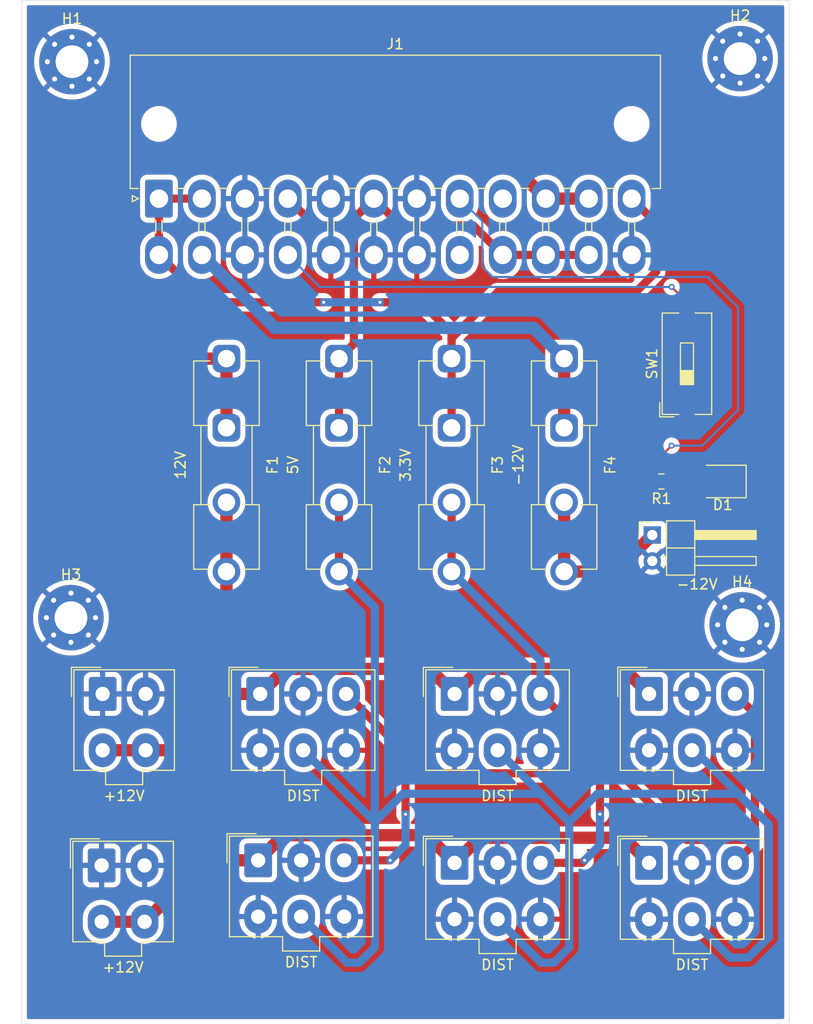
<source format=kicad_pcb>
(kicad_pcb (version 20241229) (generator "pcbnew") (generator_version "9.0")
  (layers (0 "F.Cu" signal) (2 "B.Cu" signal) (13 "F.Paste" user) (15 "B.Paste" user) (5 "F.SilkS" user "F.Silkscreen") (7 "B.SilkS" user "B.Silkscreen") (1 "F.Mask" user) (3 "B.Mask" user) (25 "Edge.Cuts" user))
  (net 0 "")
  (net 1 "GND")
  (net 2 "+12V")
  (net 4 "+5V")
  (net 5 "PWR_OK")
  (net 6 "+3.3V")
  (net 7 "-12V")
  (net 8 "ON_SWT")
  (net 10 "Net-(D1-A)")
  (net 11 "+12VA")
  (net 12 "+5VA")
  (net 13 "+3.3VA")
  (net 14 "-12VA")
  (footprint "Button_Switch_SMD:SW_DIP_SPSTx01_Slide_9.78x4.72mm_W8.61mm_P2.54mm" (layer "F.Cu") (at 155 90.5 90)
    (property "Reference" "SW1" (at 0 -3.42 90) (layer "F.SilkS"))
    (property "Value" "On Switch")
    (pad "1" smd roundrect (at -4.305 0 90) (size 2.44 1.12) (layers "F.Cu" "F.Mask" "F.Paste") (roundrect_rratio 0.223214) (net 1 "GND"))
    (pad "2" smd roundrect (at 4.305 0 90) (size 2.44 1.12) (layers "F.Cu" "F.Mask" "F.Paste") (roundrect_rratio 0.223214) (net 8 "ON_SWT"))
  )
  (footprint "Connector_Molex:Molex_Mini-Fit_Jr_5566-06A_2x03_P4.20mm_Vertical" (layer "F.Cu") (at 113.295 122.75)
    (property "Reference" "J5")
    (property "Value" "DIST" (at 4.2 9.95 0) (layer "F.SilkS"))
    (pad "1" thru_hole roundrect (at 0 0) (size 2.7 3.3) (drill 1.4) (layers "*.Cu" "*.Mask") (roundrect_rratio 0.092593) (net 11 "+12VA"))
    (pad "2" thru_hole oval (at 4.2 0) (size 2.7 3.3) (drill 1.4) (layers "*.Cu" "*.Mask") (net 1 "GND"))
    (pad "3" thru_hole oval (at 8.4 0) (size 2.7 3.3) (drill 1.4) (layers "*.Cu" "*.Mask") (net 13 "+3.3VA"))
    (pad "4" thru_hole oval (at 0 5.5) (size 2.7 3.3) (drill 1.4) (layers "*.Cu" "*.Mask") (net 1 "GND"))
    (pad "5" thru_hole oval (at 4.2 5.5) (size 2.7 3.3) (drill 1.4) (layers "*.Cu" "*.Mask") (net 12 "+5VA"))
    (pad "6" thru_hole oval (at 8.4 5.5) (size 2.7 3.3) (drill 1.4) (layers "*.Cu" "*.Mask") (net 1 "GND"))
  )
  (footprint "LED_SMD:LED_1210_3225Metric" (layer "F.Cu") (at 158.5 102 180)
    (property "Reference" "D1" (at 0 -2.28 0) (layer "F.SilkS"))
    (property "Value" "LED")
    (pad "1" smd roundrect (at -1.4 0 180) (size 1.25 2.65) (layers "F.Cu" "F.Mask" "F.Paste") (roundrect_rratio 0.2) (net 1 "GND"))
    (pad "2" smd roundrect (at 1.4 0 180) (size 1.25 2.65) (layers "F.Cu" "F.Mask" "F.Paste") (roundrect_rratio 0.2) (net 10 "Net-(D1-A)"))
  )
  (footprint "MountingHole:MountingHole_3.2mm_M3_Pad_Via" (layer "F.Cu") (at 160.197056 60.697056)
    (property "Reference" "H2" (at 0 -4.2 0) (layer "F.SilkS"))
    (property "Value" "MountingHole_Pad")
    (pad "1" thru_hole circle (at -2.4 0) (size 0.8 0.8) (drill 0.5) (layers "*.Cu" "*.Mask") (net 1 "GND"))
    (pad "1" thru_hole circle (at -1.697056 -1.697056) (size 0.8 0.8) (drill 0.5) (layers "*.Cu" "*.Mask") (net 1 "GND"))
    (pad "1" thru_hole circle (at -1.697056 1.697056) (size 0.8 0.8) (drill 0.5) (layers "*.Cu" "*.Mask") (net 1 "GND"))
    (pad "1" thru_hole circle (at 0 -2.4) (size 0.8 0.8) (drill 0.5) (layers "*.Cu" "*.Mask") (net 1 "GND"))
    (pad "1" thru_hole circle (at 0 0) (size 6.4 6.4) (drill 3.2) (layers "*.Cu" "*.Mask") (net 1 "GND"))
    (pad "1" thru_hole circle (at 0 2.4) (size 0.8 0.8) (drill 0.5) (layers "*.Cu" "*.Mask") (net 1 "GND"))
    (pad "1" thru_hole circle (at 1.697056 -1.697056) (size 0.8 0.8) (drill 0.5) (layers "*.Cu" "*.Mask") (net 1 "GND"))
    (pad "1" thru_hole circle (at 1.697056 1.697056) (size 0.8 0.8) (drill 0.5) (layers "*.Cu" "*.Mask") (net 1 "GND"))
    (pad "1" thru_hole circle (at 2.4 0) (size 0.8 0.8) (drill 0.5) (layers "*.Cu" "*.Mask") (net 1 "GND"))
  )
  (footprint "Fuse:Fuseholder_Clip-5x20mm_Eaton_1A5601-01_Inline_P20.80x6.76mm_D1.70mm_Horizontal" (layer "F.Cu") (at 121 90 -90)
    (property "Reference" "F2" (at 10.4 -4.5 90) (layer "F.SilkS"))
    (property "Value" "5V" (at 10.4 4.5 90) (layer "F.SilkS"))
    (pad "1" thru_hole roundrect (at 0 0 270) (size 2.7 2.7) (drill 1.7) (layers "*.Cu" "*.Mask") (net 4 "+5V"))
    (pad "1" thru_hole roundrect (at 6.76 0 270) (size 2.7 2.7) (drill 1.7) (layers "*.Cu" "*.Mask") (net 4 "+5V"))
    (pad "2" thru_hole circle (at 14.04 0 270) (size 2.7 2.7) (drill 1.7) (layers "*.Cu" "*.Mask") (net 12 "+5VA"))
    (pad "2" thru_hole circle (at 20.8 0 270) (size 2.7 2.7) (drill 1.7) (layers "*.Cu" "*.Mask") (net 12 "+5VA"))
  )
  (footprint "Connector_Molex:Molex_Mini-Fit_Jr_5566-06A_2x03_P4.20mm_Vertical" (layer "F.Cu") (at 132.295 139.25)
    (property "Reference" "J9")
    (property "Value" "DIST" (at 4.2 9.95 0) (layer "F.SilkS"))
    (pad "1" thru_hole roundrect (at 0 0) (size 2.7 3.3) (drill 1.4) (layers "*.Cu" "*.Mask") (roundrect_rratio 0.092593) (net 11 "+12VA"))
    (pad "2" thru_hole oval (at 4.2 0) (size 2.7 3.3) (drill 1.4) (layers "*.Cu" "*.Mask") (net 1 "GND"))
    (pad "3" thru_hole oval (at 8.4 0) (size 2.7 3.3) (drill 1.4) (layers "*.Cu" "*.Mask") (net 13 "+3.3VA"))
    (pad "4" thru_hole oval (at 0 5.5) (size 2.7 3.3) (drill 1.4) (layers "*.Cu" "*.Mask") (net 1 "GND"))
    (pad "5" thru_hole oval (at 4.2 5.5) (size 2.7 3.3) (drill 1.4) (layers "*.Cu" "*.Mask") (net 12 "+5VA"))
    (pad "6" thru_hole oval (at 8.4 5.5) (size 2.7 3.3) (drill 1.4) (layers "*.Cu" "*.Mask") (net 1 "GND"))
  )
  (footprint "Connector_Molex:Molex_Mini-Fit_Jr_5566-04A_2x02_P4.20mm_Vertical" (layer "F.Cu") (at 97.8 139.5)
    (property "Reference" "J4")
    (property "Value" "+12V" (at 2.1 9.95 0) (layer "F.SilkS"))
    (pad "1" thru_hole roundrect (at 0 0) (size 2.7 3.3) (drill 1.4) (layers "*.Cu" "*.Mask") (roundrect_rratio 0.092593) (net 1 "GND"))
    (pad "2" thru_hole oval (at 4.2 0) (size 2.7 3.3) (drill 1.4) (layers "*.Cu" "*.Mask") (net 1 "GND"))
    (pad "3" thru_hole oval (at 0 5.5) (size 2.7 3.3) (drill 1.4) (layers "*.Cu" "*.Mask") (net 11 "+12VA"))
    (pad "4" thru_hole oval (at 4.2 5.5) (size 2.7 3.3) (drill 1.4) (layers "*.Cu" "*.Mask") (net 11 "+12VA"))
  )
  (footprint "Connector_Molex:Molex_Mini-Fit_Jr_5566-06A_2x03_P4.20mm_Vertical" (layer "F.Cu") (at 151.295 122.75)
    (property "Reference" "J7")
    (property "Value" "DIST" (at 4.2 9.95 0) (layer "F.SilkS"))
    (pad "1" thru_hole roundrect (at 0 0) (size 2.7 3.3) (drill 1.4) (layers "*.Cu" "*.Mask") (roundrect_rratio 0.092593) (net 11 "+12VA"))
    (pad "2" thru_hole oval (at 4.2 0) (size 2.7 3.3) (drill 1.4) (layers "*.Cu" "*.Mask") (net 1 "GND"))
    (pad "3" thru_hole oval (at 8.4 0) (size 2.7 3.3) (drill 1.4) (layers "*.Cu" "*.Mask") (net 13 "+3.3VA"))
    (pad "4" thru_hole oval (at 0 5.5) (size 2.7 3.3) (drill 1.4) (layers "*.Cu" "*.Mask") (net 1 "GND"))
    (pad "5" thru_hole oval (at 4.2 5.5) (size 2.7 3.3) (drill 1.4) (layers "*.Cu" "*.Mask") (net 12 "+5VA"))
    (pad "6" thru_hole oval (at 8.4 5.5) (size 2.7 3.3) (drill 1.4) (layers "*.Cu" "*.Mask") (net 1 "GND"))
  )
  (footprint "Fuse:Fuseholder_Clip-5x20mm_Eaton_1A5601-01_Inline_P20.80x6.76mm_D1.70mm_Horizontal" (layer "F.Cu") (at 143 90 -90)
    (property "Reference" "F4" (at 10.4 -4.5 90) (layer "F.SilkS"))
    (property "Value" "-12V" (at 10.4 4.5 90) (layer "F.SilkS"))
    (pad "1" thru_hole roundrect (at 0 0 270) (size 2.7 2.7) (drill 1.7) (layers "*.Cu" "*.Mask") (net 7 "-12V"))
    (pad "1" thru_hole roundrect (at 6.76 0 270) (size 2.7 2.7) (drill 1.7) (layers "*.Cu" "*.Mask") (net 7 "-12V"))
    (pad "2" thru_hole circle (at 14.04 0 270) (size 2.7 2.7) (drill 1.7) (layers "*.Cu" "*.Mask") (net 14 "-12VA"))
    (pad "2" thru_hole circle (at 20.8 0 270) (size 2.7 2.7) (drill 1.7) (layers "*.Cu" "*.Mask") (net 14 "-12VA"))
  )
  (footprint "Connector_Molex:Molex_Mini-Fit_Jr_5566-06A_2x03_P4.20mm_Vertical" (layer "F.Cu") (at 132.295 122.75)
    (property "Reference" "J6")
    (property "Value" "DIST" (at 4.2 9.95 0) (layer "F.SilkS"))
    (pad "1" thru_hole roundrect (at 0 0) (size 2.7 3.3) (drill 1.4) (layers "*.Cu" "*.Mask") (roundrect_rratio 0.092593) (net 11 "+12VA"))
    (pad "2" thru_hole oval (at 4.2 0) (size 2.7 3.3) (drill 1.4) (layers "*.Cu" "*.Mask") (net 1 "GND"))
    (pad "3" thru_hole oval (at 8.4 0) (size 2.7 3.3) (drill 1.4) (layers "*.Cu" "*.Mask") (net 13 "+3.3VA"))
    (pad "4" thru_hole oval (at 0 5.5) (size 2.7 3.3) (drill 1.4) (layers "*.Cu" "*.Mask") (net 1 "GND"))
    (pad "5" thru_hole oval (at 4.2 5.5) (size 2.7 3.3) (drill 1.4) (layers "*.Cu" "*.Mask") (net 12 "+5VA"))
    (pad "6" thru_hole oval (at 8.4 5.5) (size 2.7 3.3) (drill 1.4) (layers "*.Cu" "*.Mask") (net 1 "GND"))
  )
  (footprint "MountingHole:MountingHole_3.2mm_M3_Pad_Via" (layer "F.Cu") (at 160.4 116)
    (property "Reference" "H4" (at 0 -4.2 0) (layer "F.SilkS"))
    (property "Value" "MountingHole_Pad")
    (pad "1" thru_hole circle (at -2.4 0) (size 0.8 0.8) (drill 0.5) (layers "*.Cu" "*.Mask") (net 1 "GND"))
    (pad "1" thru_hole circle (at -1.697056 -1.697056) (size 0.8 0.8) (drill 0.5) (layers "*.Cu" "*.Mask") (net 1 "GND"))
    (pad "1" thru_hole circle (at -1.697056 1.697056) (size 0.8 0.8) (drill 0.5) (layers "*.Cu" "*.Mask") (net 1 "GND"))
    (pad "1" thru_hole circle (at 0 -2.4) (size 0.8 0.8) (drill 0.5) (layers "*.Cu" "*.Mask") (net 1 "GND"))
    (pad "1" thru_hole circle (at 0 0) (size 6.4 6.4) (drill 3.2) (layers "*.Cu" "*.Mask") (net 1 "GND"))
    (pad "1" thru_hole circle (at 0 2.4) (size 0.8 0.8) (drill 0.5) (layers "*.Cu" "*.Mask") (net 1 "GND"))
    (pad "1" thru_hole circle (at 1.697056 -1.697056) (size 0.8 0.8) (drill 0.5) (layers "*.Cu" "*.Mask") (net 1 "GND"))
    (pad "1" thru_hole circle (at 1.697056 1.697056) (size 0.8 0.8) (drill 0.5) (layers "*.Cu" "*.Mask") (net 1 "GND"))
    (pad "1" thru_hole circle (at 2.4 0) (size 0.8 0.8) (drill 0.5) (layers "*.Cu" "*.Mask") (net 1 "GND"))
  )
  (footprint "Connector_Molex:Molex_Mini-Fit_Jr_5566-04A_2x02_P4.20mm_Vertical" (layer "F.Cu") (at 97.9 122.75)
    (property "Reference" "J3")
    (property "Value" "+12V" (at 2.1 9.95 0) (layer "F.SilkS"))
    (pad "1" thru_hole roundrect (at 0 0) (size 2.7 3.3) (drill 1.4) (layers "*.Cu" "*.Mask") (roundrect_rratio 0.092593) (net 1 "GND"))
    (pad "2" thru_hole oval (at 4.2 0) (size 2.7 3.3) (drill 1.4) (layers "*.Cu" "*.Mask") (net 1 "GND"))
    (pad "3" thru_hole oval (at 0 5.5) (size 2.7 3.3) (drill 1.4) (layers "*.Cu" "*.Mask") (net 11 "+12VA"))
    (pad "4" thru_hole oval (at 4.2 5.5) (size 2.7 3.3) (drill 1.4) (layers "*.Cu" "*.Mask") (net 11 "+12VA"))
  )
  (footprint "Connector_Molex:Molex_Mini-Fit_Jr_5566-06A_2x03_P4.20mm_Vertical" (layer "F.Cu") (at 113.1 139)
    (property "Reference" "J8")
    (property "Value" "DIST" (at 4.2 9.95 0) (layer "F.SilkS"))
    (pad "1" thru_hole roundrect (at 0 0) (size 2.7 3.3) (drill 1.4) (layers "*.Cu" "*.Mask") (roundrect_rratio 0.092593) (net 11 "+12VA"))
    (pad "2" thru_hole oval (at 4.2 0) (size 2.7 3.3) (drill 1.4) (layers "*.Cu" "*.Mask") (net 1 "GND"))
    (pad "3" thru_hole oval (at 8.4 0) (size 2.7 3.3) (drill 1.4) (layers "*.Cu" "*.Mask") (net 13 "+3.3VA"))
    (pad "4" thru_hole oval (at 0 5.5) (size 2.7 3.3) (drill 1.4) (layers "*.Cu" "*.Mask") (net 1 "GND"))
    (pad "5" thru_hole oval (at 4.2 5.5) (size 2.7 3.3) (drill 1.4) (layers "*.Cu" "*.Mask") (net 12 "+5VA"))
    (pad "6" thru_hole oval (at 8.4 5.5) (size 2.7 3.3) (drill 1.4) (layers "*.Cu" "*.Mask") (net 1 "GND"))
  )
  (footprint "Fuse:Fuseholder_Clip-5x20mm_Eaton_1A5601-01_Inline_P20.80x6.76mm_D1.70mm_Horizontal" (layer "F.Cu") (at 110 90 -90)
    (property "Reference" "F1" (at 10.4 -4.5 90) (layer "F.SilkS"))
    (property "Value" "12V" (at 10.4 4.5 90) (layer "F.SilkS"))
    (pad "1" thru_hole roundrect (at 0 0 270) (size 2.7 2.7) (drill 1.7) (layers "*.Cu" "*.Mask") (net 2 "+12V"))
    (pad "1" thru_hole roundrect (at 6.76 0 270) (size 2.7 2.7) (drill 1.7) (layers "*.Cu" "*.Mask") (net 2 "+12V"))
    (pad "2" thru_hole circle (at 14.04 0 270) (size 2.7 2.7) (drill 1.7) (layers "*.Cu" "*.Mask") (net 11 "+12VA"))
    (pad "2" thru_hole circle (at 20.8 0 270) (size 2.7 2.7) (drill 1.7) (layers "*.Cu" "*.Mask") (net 11 "+12VA"))
  )
  (footprint "MountingHole:MountingHole_3.2mm_M3_Pad_Via" (layer "F.Cu") (at 94.9 61)
    (property "Reference" "H1" (at 0 -4.2 0) (layer "F.SilkS"))
    (property "Value" "MountingHole_Pad")
    (pad "1" thru_hole circle (at -2.4 0) (size 0.8 0.8) (drill 0.5) (layers "*.Cu" "*.Mask") (net 1 "GND"))
    (pad "1" thru_hole circle (at -1.697056 -1.697056) (size 0.8 0.8) (drill 0.5) (layers "*.Cu" "*.Mask") (net 1 "GND"))
    (pad "1" thru_hole circle (at -1.697056 1.697056) (size 0.8 0.8) (drill 0.5) (layers "*.Cu" "*.Mask") (net 1 "GND"))
    (pad "1" thru_hole circle (at 0 -2.4) (size 0.8 0.8) (drill 0.5) (layers "*.Cu" "*.Mask") (net 1 "GND"))
    (pad "1" thru_hole circle (at 0 0) (size 6.4 6.4) (drill 3.2) (layers "*.Cu" "*.Mask") (net 1 "GND"))
    (pad "1" thru_hole circle (at 0 2.4) (size 0.8 0.8) (drill 0.5) (layers "*.Cu" "*.Mask") (net 1 "GND"))
    (pad "1" thru_hole circle (at 1.697056 -1.697056) (size 0.8 0.8) (drill 0.5) (layers "*.Cu" "*.Mask") (net 1 "GND"))
    (pad "1" thru_hole circle (at 1.697056 1.697056) (size 0.8 0.8) (drill 0.5) (layers "*.Cu" "*.Mask") (net 1 "GND"))
    (pad "1" thru_hole circle (at 2.4 0) (size 0.8 0.8) (drill 0.5) (layers "*.Cu" "*.Mask") (net 1 "GND"))
  )
  (footprint "Capacitor_SMD:C_0805_2012Metric_Pad1.18x1.45mm_HandSolder" (layer "F.Cu") (at 152.5 102 180)
    (property "Reference" "R1" (at 0 -1.68 0) (layer "F.SilkS"))
    (property "Value" "2.2k ohm")
    (pad "1" smd roundrect (at -1.0375 0 180) (size 1.175 1.45) (layers "F.Cu" "F.Mask" "F.Paste") (roundrect_rratio 0.212766) (net 10 "Net-(D1-A)"))
    (pad "2" smd roundrect (at 1.0375 0 180) (size 1.175 1.45) (layers "F.Cu" "F.Mask" "F.Paste") (roundrect_rratio 0.212766) (net 5 "PWR_OK"))
  )
  (footprint "Connector_PinHeader_2.54mm:PinHeader_1x02_P2.54mm_Horizontal" (layer "F.Cu") (at 151.615 107.225)
    (property "Reference" "J2")
    (property "Value" "-12V" (at 4.385 4.81 0) (layer "F.SilkS"))
    (pad "1" thru_hole rect (at 0 0) (size 1.7 1.7) (drill 1) (layers "*.Cu" "*.Mask") (net 14 "-12VA"))
    (pad "2" thru_hole circle (at 0 2.54) (size 1.7 1.7) (drill 1) (layers "*.Cu" "*.Mask") (net 1 "GND"))
  )
  (footprint "Connector_Molex:Molex_Mini-Fit_Jr_5569-24A2_2x12_P4.20mm_Horizontal" (layer "F.Cu") (at 103.4 74.375)
    (property "Reference" "J1" (at 23.1 -15.1 0) (layer "F.SilkS"))
    (property "Value" "ATX-24")
    (pad "" np_thru_hole circle (at 0 -7.3) (size 3 3) (drill 3) (layers "*.Cu" "*.Mask"))
    (pad "" np_thru_hole circle (at 46.2 -7.3) (size 3 3) (drill 3) (layers "*.Cu" "*.Mask"))
    (pad "1" thru_hole roundrect (at 0 0) (size 2.7 3.7) (drill 1.8) (layers "*.Cu" "*.Mask") (roundrect_rratio 0.092593) (net 6 "+3.3V"))
    (pad "2" thru_hole oval (at 4.2 0) (size 2.7 3.7) (drill 1.8) (layers "*.Cu" "*.Mask") (net 6 "+3.3V"))
    (pad "3" thru_hole oval (at 8.4 0) (size 2.7 3.7) (drill 1.8) (layers "*.Cu" "*.Mask") (net 1 "GND"))
    (pad "4" thru_hole oval (at 12.6 0) (size 2.7 3.7) (drill 1.8) (layers "*.Cu" "*.Mask") (net 4 "+5V"))
    (pad "5" thru_hole oval (at 16.8 0) (size 2.7 3.7) (drill 1.8) (layers "*.Cu" "*.Mask") (net 1 "GND"))
    (pad "6" thru_hole oval (at 21 0) (size 2.7 3.7) (drill 1.8) (layers "*.Cu" "*.Mask") (net 4 "+5V"))
    (pad "7" thru_hole oval (at 25.2 0) (size 2.7 3.7) (drill 1.8) (layers "*.Cu" "*.Mask") (net 1 "GND"))
    (pad "8" thru_hole oval (at 29.4 0) (size 2.7 3.7) (drill 1.8) (layers "*.Cu" "*.Mask") (net 5 "PWR_OK"))
    (pad "9" thru_hole oval (at 33.6 0) (size 2.7 3.7) (drill 1.8) (layers "*.Cu" "*.Mask"))
    (pad "10" thru_hole oval (at 37.8 0) (size 2.7 3.7) (drill 1.8) (layers "*.Cu" "*.Mask") (net 2 "+12V"))
    (pad "11" thru_hole oval (at 42 0) (size 2.7 3.7) (drill 1.8) (layers "*.Cu" "*.Mask") (net 2 "+12V"))
    (pad "12" thru_hole oval (at 46.2 0) (size 2.7 3.7) (drill 1.8) (layers "*.Cu" "*.Mask") (net 6 "+3.3V"))
    (pad "13" thru_hole oval (at 0 5.5) (size 2.7 3.7) (drill 1.8) (layers "*.Cu" "*.Mask") (net 6 "+3.3V"))
    (pad "14" thru_hole oval (at 4.2 5.5) (size 2.7 3.7) (drill 1.8) (layers "*.Cu" "*.Mask") (net 7 "-12V"))
    (pad "15" thru_hole oval (at 8.4 5.5) (size 2.7 3.7) (drill 1.8) (layers "*.Cu" "*.Mask") (net 1 "GND"))
    (pad "16" thru_hole oval (at 12.6 5.5) (size 2.7 3.7) (drill 1.8) (layers "*.Cu" "*.Mask") (net 8 "ON_SWT"))
    (pad "17" thru_hole oval (at 16.8 5.5) (size 2.7 3.7) (drill 1.8) (layers "*.Cu" "*.Mask") (net 1 "GND"))
    (pad "18" thru_hole oval (at 21 5.5) (size 2.7 3.7) (drill 1.8) (layers "*.Cu" "*.Mask") (net 1 "GND"))
    (pad "19" thru_hole oval (at 25.2 5.5) (size 2.7 3.7) (drill 1.8) (layers "*.Cu" "*.Mask") (net 1 "GND"))
    (pad "20" thru_hole oval (at 29.4 5.5) (size 2.7 3.7) (drill 1.8) (layers "*.Cu" "*.Mask"))
    (pad "21" thru_hole oval (at 33.6 5.5) (size 2.7 3.7) (drill 1.8) (layers "*.Cu" "*.Mask") (net 4 "+5V"))
    (pad "22" thru_hole oval (at 37.8 5.5) (size 2.7 3.7) (drill 1.8) (layers "*.Cu" "*.Mask") (net 4 "+5V"))
    (pad "23" thru_hole oval (at 42 5.5) (size 2.7 3.7) (drill 1.8) (layers "*.Cu" "*.Mask") (net 4 "+5V"))
    (pad "24" thru_hole oval (at 46.2 5.5) (size 2.7 3.7) (drill 1.8) (layers "*.Cu" "*.Mask") (net 1 "GND"))
  )
  (footprint "Connector_Molex:Molex_Mini-Fit_Jr_5566-06A_2x03_P4.20mm_Vertical" (layer "F.Cu") (at 151.295 139.25)
    (property "Reference" "J10")
    (property "Value" "DIST" (at 4.2 9.95 0) (layer "F.SilkS"))
    (pad "1" thru_hole roundrect (at 0 0) (size 2.7 3.3) (drill 1.4) (layers "*.Cu" "*.Mask") (roundrect_rratio 0.092593) (net 11 "+12VA"))
    (pad "2" thru_hole oval (at 4.2 0) (size 2.7 3.3) (drill 1.4) (layers "*.Cu" "*.Mask") (net 1 "GND"))
    (pad "3" thru_hole oval (at 8.4 0) (size 2.7 3.3) (drill 1.4) (layers "*.Cu" "*.Mask") (net 13 "+3.3VA"))
    (pad "4" thru_hole oval (at 0 5.5) (size 2.7 3.3) (drill 1.4) (layers "*.Cu" "*.Mask") (net 1 "GND"))
    (pad "5" thru_hole oval (at 4.2 5.5) (size 2.7 3.3) (drill 1.4) (layers "*.Cu" "*.Mask") (net 12 "+5VA"))
    (pad "6" thru_hole oval (at 8.4 5.5) (size 2.7 3.3) (drill 1.4) (layers "*.Cu" "*.Mask") (net 1 "GND"))
  )
  (footprint "MountingHole:MountingHole_3.2mm_M3_Pad_Via" (layer "F.Cu") (at 94.802944 115.302944)
    (property "Reference" "H3" (at 0 -4.2 0) (layer "F.SilkS"))
    (property "Value" "MountingHole_Pad")
    (pad "1" thru_hole circle (at -2.4 0) (size 0.8 0.8) (drill 0.5) (layers "*.Cu" "*.Mask") (net 1 "GND"))
    (pad "1" thru_hole circle (at -1.697056 -1.697056) (size 0.8 0.8) (drill 0.5) (layers "*.Cu" "*.Mask") (net 1 "GND"))
    (pad "1" thru_hole circle (at -1.697056 1.697056) (size 0.8 0.8) (drill 0.5) (layers "*.Cu" "*.Mask") (net 1 "GND"))
    (pad "1" thru_hole circle (at 0 -2.4) (size 0.8 0.8) (drill 0.5) (layers "*.Cu" "*.Mask") (net 1 "GND"))
    (pad "1" thru_hole circle (at 0 0) (size 6.4 6.4) (drill 3.2) (layers "*.Cu" "*.Mask") (net 1 "GND"))
    (pad "1" thru_hole circle (at 0 2.4) (size 0.8 0.8) (drill 0.5) (layers "*.Cu" "*.Mask") (net 1 "GND"))
    (pad "1" thru_hole circle (at 1.697056 -1.697056) (size 0.8 0.8) (drill 0.5) (layers "*.Cu" "*.Mask") (net 1 "GND"))
    (pad "1" thru_hole circle (at 1.697056 1.697056) (size 0.8 0.8) (drill 0.5) (layers "*.Cu" "*.Mask") (net 1 "GND"))
    (pad "1" thru_hole circle (at 2.4 0) (size 0.8 0.8) (drill 0.5) (layers "*.Cu" "*.Mask") (net 1 "GND"))
  )
  (footprint "Fuse:Fuseholder_Clip-5x20mm_Eaton_1A5601-01_Inline_P20.80x6.76mm_D1.70mm_Horizontal" (layer "F.Cu") (at 132 90 -90)
    (property "Reference" "F3" (at 10.4 -4.5 90) (layer "F.SilkS"))
    (property "Value" "3.3V" (at 10.4 4.5 90) (layer "F.SilkS"))
    (pad "1" thru_hole roundrect (at 0 0 270) (size 2.7 2.7) (drill 1.7) (layers "*.Cu" "*.Mask") (net 6 "+3.3V"))
    (pad "1" thru_hole roundrect (at 6.76 0 270) (size 2.7 2.7) (drill 1.7) (layers "*.Cu" "*.Mask") (net 6 "+3.3V"))
    (pad "2" thru_hole circle (at 14.04 0 270) (size 2.7 2.7) (drill 1.7) (layers "*.Cu" "*.Mask") (net 13 "+3.3VA"))
    (pad "2" thru_hole circle (at 20.8 0 270) (size 2.7 2.7) (drill 1.7) (layers "*.Cu" "*.Mask") (net 13 "+3.3VA"))
  )
  (gr_line (start 90 155) (end 165 155) (stroke (width 0.05)) (layer "Edge.Cuts"))
  (gr_line (start 165 155) (end 165 55) (stroke (width 0.05)) (layer "Edge.Cuts"))
  (gr_line (start 90 55) (end 90 155) (stroke (width 0.05)) (layer "Edge.Cuts"))
  (gr_line (start 165 55) (end 90 55) (stroke (width 0.05)) (layer "Edge.Cuts"))
  (segment (start 98.5 83) (end 105.5 90) (width 1.2) (layer "F.Cu") (net 2))
  (segment (start 105.5 90) (end 110 90) (width 1.2) (layer "F.Cu") (net 2))
  (segment (start 110 96.76) (end 110 90) (width 1.2) (layer "F.Cu") (net 2))
  (segment (start 141.2 74.375) (end 137.325 70.5) (width 1.2) (layer "F.Cu") (net 2))
  (segment (start 145.4 74.375) (end 141.2 74.375) (width 1.2) (layer "F.Cu") (net 2))
  (segment (start 98.5 74) (end 98.5 83) (width 1.2) (layer "F.Cu") (net 2))
  (segment (start 102 70.5) (end 98.5 74) (width 1.2) (layer "F.Cu") (net 2))
  (segment (start 137.325 70.5) (end 102 70.5) (width 1.2) (layer "F.Cu") (net 2))
  (segment (start 124.4 74.375) (end 127.025 77) (width 0.8) (layer "F.Cu") (net 4))
  (segment (start 121.775 77) (end 124.4 74.375) (width 0.8) (layer "F.Cu") (net 4))
  (segment (start 116 74.375) (end 118.625 77) (width 0.8) (layer "F.Cu") (net 4))
  (segment (start 118.625 77) (end 121.775 77) (width 0.8) (layer "F.Cu") (net 4))
  (segment (start 121 90) (end 122.449 88.551) (width 0.8) (layer "F.Cu") (net 4))
  (segment (start 141.2 79.875) (end 145.4 79.875) (width 0.8) (layer "F.Cu") (net 4))
  (segment (start 122.449 76.326) (end 124.4 74.375) (width 0.8) (layer "F.Cu") (net 4))
  (segment (start 127.025 77) (end 134.125 77) (width 0.8) (layer "F.Cu") (net 4))
  (segment (start 122.449 88.551) (end 122.449 76.326) (width 0.8) (layer "F.Cu") (net 4))
  (segment (start 134.125 77) (end 137 79.875) (width 0.8) (layer "F.Cu") (net 4))
  (segment (start 121 96.76) (end 121 90) (width 0.8) (layer "F.Cu") (net 4))
  (segment (start 137 79.875) (end 141.2 79.875) (width 0.8) (layer "F.Cu") (net 4))
  (segment (start 151 101) (end 151 101.5375) (width 0.2) (layer "F.Cu") (net 5))
  (segment (start 153.5 98.5) (end 151 101) (width 0.2) (layer "F.Cu") (net 5))
  (segment (start 151 101.5375) (end 151.4625 102) (width 0.2) (layer "F.Cu") (net 5))
  (via (at 153.5 98.5) (size 0.6) (drill 0.3) (layers "F.Cu" "B.Cu") (net 5))
  (segment (start 136.026 82.026) (end 157.026 82.026) (width 0.2) (layer "B.Cu") (net 5))
  (segment (start 135 76.575) (end 135 81) (width 0.2) (layer "B.Cu") (net 5))
  (segment (start 132.8 74.375) (end 135 76.575) (width 0.2) (layer "B.Cu") (net 5))
  (segment (start 157.026 82.026) (end 160 85) (width 0.2) (layer "B.Cu") (net 5))
  (segment (start 156.5 98.5) (end 153.5 98.5) (width 0.2) (layer "B.Cu") (net 5))
  (segment (start 160 85) (end 160 95) (width 0.2) (layer "B.Cu") (net 5))
  (segment (start 160 95) (end 156.5 98.5) (width 0.2) (layer "B.Cu") (net 5))
  (segment (start 135 81) (end 136.026 82.026) (width 0.2) (layer "B.Cu") (net 5))
  (segment (start 136.5 83.5) (end 132 88) (width 0.8) (layer "F.Cu") (net 6))
  (segment (start 149.6 74.375) (end 152 76.775) (width 0.8) (layer "F.Cu") (net 6))
  (segment (start 129.5 85) (end 129 84.5) (width 0.8) (layer "F.Cu") (net 6))
  (segment (start 132 88) (end 132 90) (width 0.8) (layer "F.Cu") (net 6))
  (segment (start 150 83.5) (end 136.5 83.5) (width 0.8) (layer "F.Cu") (net 6))
  (segment (start 152 76.775) (end 152 81.5) (width 0.8) (layer "F.Cu") (net 6))
  (segment (start 132 87.5) (end 129.5 85) (width 0.8) (layer "F.Cu") (net 6))
  (segment (start 132 90) (end 132 96.76) (width 0.8) (layer "F.Cu") (net 6))
  (segment (start 119.5 84.5) (end 108.025 84.5) (width 0.8) (layer "F.Cu") (net 6))
  (segment (start 132 90) (end 132 87.5) (width 0.8) (layer "F.Cu") (net 6))
  (segment (start 152 81.5) (end 150 83.5) (width 0.8) (layer "F.Cu") (net 6))
  (segment (start 107.6 74.375) (end 103.4 74.375) (width 0.8) (layer "F.Cu") (net 6))
  (segment (start 108.025 84.5) (end 103.4 79.875) (width 0.8) (layer "F.Cu") (net 6))
  (segment (start 103.4 74.375) (end 103.4 79.875) (width 0.8) (layer "F.Cu") (net 6))
  (segment (start 129 84.5) (end 125 84.5) (width 0.8) (layer "F.Cu") (net 6))
  (via (at 125 84.5) (size 0.6) (drill 0.3) (layers "F.Cu" "B.Cu") (net 6))
  (via (at 119.5 84.5) (size 0.6) (drill 0.3) (layers "F.Cu" "B.Cu") (net 6))
  (segment (start 125 84.5) (end 119.5 84.5) (width 0.8) (layer "B.Cu") (net 6))
  (segment (start 143 96.76) (end 143 90) (width 1.2) (layer "F.Cu") (net 7))
  (segment (start 114.725 87) (end 140 87) (width 1.2) (layer "B.Cu") (net 7))
  (segment (start 140 87) (end 143 90) (width 1.2) (layer "B.Cu") (net 7))
  (segment (start 107.6 79.875) (end 114.725 87) (width 1.2) (layer "B.Cu") (net 7))
  (segment (start 153.5 83) (end 155 84.5) (width 0.2) (layer "F.Cu") (net 8))
  (segment (start 155 84.5) (end 155 86.195) (width 0.2) (layer "F.Cu") (net 8))
  (via (at 153.5 83) (size 0.6) (drill 0.3) (layers "F.Cu" "B.Cu") (net 8))
  (segment (start 116 79.875) (end 119.125 83) (width 0.2) (layer "B.Cu") (net 8))
  (segment (start 119.125 83) (end 120.5 83) (width 0.2) (layer "B.Cu") (net 8))
  (segment (start 120.5 83) (end 153.5 83) (width 0.2) (layer "B.Cu") (net 8))
  (segment (start 153.5375 102) (end 157.1 102) (width 0.2) (layer "F.Cu") (net 10))
  (segment (start 115.551 136.549) (end 113.1 139) (width 1.2) (layer "F.Cu") (net 11))
  (segment (start 110 104.04) (end 110 110.8) (width 1.2) (layer "F.Cu") (net 11))
  (segment (start 107.5 139.5) (end 107 140) (width 1.2) (layer "F.Cu") (net 11))
  (segment (start 113.295 122.75) (end 115.746 120.299) (width 1.2) (layer "F.Cu") (net 11))
  (segment (start 108 139) (end 107 140) (width 1.2) (layer "F.Cu") (net 11))
  (segment (start 132.295 139.25) (end 134.746 136.799) (width 1.2) (layer "F.Cu") (net 11))
  (segment (start 104.25 128.25) (end 107.5 125) (width 1.2) (layer "F.Cu") (net 11))
  (segment (start 148.844 136.799) (end 151.295 139.25) (width 1.2) (layer "F.Cu") (net 11))
  (segment (start 97.9 128.25) (end 102.1 128.25) (width 1.2) (layer "F.Cu") (net 11))
  (segment (start 107 140) (end 102 145) (width 1.2) (layer "F.Cu") (net 11))
  (segment (start 107.5 118.5) (end 107.5 125) (width 1.2) (layer "F.Cu") (net 11))
  (segment (start 97.8 145) (end 102 145) (width 1.2) (layer "F.Cu") (net 11))
  (segment (start 113.295 122.75) (end 109.75 122.75) (width 1.2) (layer "F.Cu") (net 11))
  (segment (start 102.1 128.25) (end 104.25 128.25) (width 1.2) (layer "F.Cu") (net 11))
  (segment (start 113.1 139) (end 108 139) (width 1.2) (layer "F.Cu") (net 11))
  (segment (start 115.746 120.299) (end 129.844 120.299) (width 1.2) (layer "F.Cu") (net 11))
  (segment (start 134.746 120.299) (end 148.844 120.299) (width 1.2) (layer "F.Cu") (net 11))
  (segment (start 132.295 122.75) (end 134.746 120.299) (width 1.2) (layer "F.Cu") (net 11))
  (segment (start 132.295 139.25) (end 129.594 136.549) (width 1.2) (layer "F.Cu") (net 11))
  (segment (start 129.844 120.299) (end 132.295 122.75) (width 1.2) (layer "F.Cu") (net 11))
  (segment (start 129.594 136.549) (end 115.551 136.549) (width 1.2) (layer "F.Cu") (net 11))
  (segment (start 148.844 120.299) (end 151.295 122.75) (width 1.2) (layer "F.Cu") (net 11))
  (segment (start 107.5 125) (end 107.5 139.5) (width 1.2) (layer "F.Cu") (net 11))
  (segment (start 110 110.8) (end 110 116) (width 1.2) (layer "F.Cu") (net 11))
  (segment (start 109.75 122.75) (end 107.5 125) (width 1.2) (layer "F.Cu") (net 11))
  (segment (start 110 116) (end 107.5 118.5) (width 1.2) (layer "F.Cu") (net 11))
  (segment (start 134.746 136.799) (end 148.844 136.799) (width 1.2) (layer "F.Cu") (net 11))
  (segment (start 121 110.8) (end 121 104.04) (width 0.8) (layer "F.Cu") (net 12))
  (segment (start 143.5 135.255) (end 146.255 132.5) (width 0.8) (layer "B.Cu") (net 12))
  (segment (start 121.8 149) (end 117.3 144.5) (width 0.8) (layer "B.Cu") (net 12))
  (segment (start 123 149) (end 121.8 149) (width 0.8) (layer "B.Cu") (net 12))
  (segment (start 142 149) (end 140.745 149) (width 0.8) (layer "B.Cu") (net 12))
  (segment (start 124.5 135.255) (end 124.5 136) (width 0.8) (layer "B.Cu") (net 12))
  (segment (start 155.75 128.25) (end 163 135.5) (width 0.8) (layer "B.Cu") (net 12))
  (segment (start 146.255 132.5) (end 160 132.5) (width 0.8) (layer "B.Cu") (net 12))
  (segment (start 127.255 132.5) (end 140.745 132.5) (width 0.8) (layer "B.Cu") (net 12))
  (segment (start 143.5 147.5) (end 142 149) (width 0.8) (layer "B.Cu") (net 12))
  (segment (start 143.5 135.255) (end 143.5 147.5) (width 0.8) (layer "B.Cu") (net 12))
  (segment (start 121 110.8) (end 124.5 114.3) (width 0.8) (layer "B.Cu") (net 12))
  (segment (start 117.495 128.25) (end 124.5 135.255) (width 0.8) (layer "B.Cu") (net 12))
  (segment (start 163 146.5) (end 161 148.5) (width 0.8) (layer "B.Cu") (net 12))
  (segment (start 124.5 136) (end 124.5 147.5) (width 0.8) (layer "B.Cu") (net 12))
  (segment (start 140.745 132.5) (end 143.5 135.255) (width 0.8) (layer "B.Cu") (net 12))
  (segment (start 124.5 135.255) (end 127.255 132.5) (width 0.8) (layer "B.Cu") (net 12))
  (segment (start 161 148.5) (end 159.245 148.5) (width 0.8) (layer "B.Cu") (net 12))
  (segment (start 163 135.5) (end 163 146.5) (width 0.8) (layer "B.Cu") (net 12))
  (segment (start 140.745 149) (end 136.495 144.75) (width 0.8) (layer "B.Cu") (net 12))
  (segment (start 160 132.5) (end 163 135.5) (width 0.8) (layer "B.Cu") (net 12))
  (segment (start 159.245 148.5) (end 155.495 144.75) (width 0.8) (layer "B.Cu") (net 12))
  (segment (start 136.495 128.25) (end 143.5 135.255) (width 0.8) (layer "B.Cu") (net 12))
  (segment (start 124.5 147.5) (end 123 149) (width 0.8) (layer "B.Cu") (net 12))
  (segment (start 124.5 114.3) (end 124.5 136) (width 0.8) (layer "B.Cu") (net 12))
  (segment (start 155.495 128.25) (end 155.75 128.25) (width 0.8) (layer "B.Cu") (net 12))
  (segment (start 129.446 130.501) (end 144.554 130.501) (width 0.8) (layer "F.Cu") (net 13))
  (segment (start 146.5 128.555) (end 146.5 134.5) (width 0.8) (layer "F.Cu") (net 13))
  (segment (start 154.945 137) (end 146.5 128.555) (width 0.8) (layer "F.Cu") (net 13))
  (segment (start 127.5 128.555) (end 127.5 134.5) (width 0.8) (layer "F.Cu") (net 13))
  (segment (start 127.5 128.555) (end 129.446 130.501) (width 0.8) (layer "F.Cu") (net 13))
  (segment (start 161.646 124.701) (end 161.646 137) (width 0.8) (layer "F.Cu") (net 13))
  (segment (start 132 104.04) (end 132 110.8) (width 0.8) (layer "F.Cu") (net 13))
  (segment (start 161.646 137) (end 154.945 137) (width 0.8) (layer "F.Cu") (net 13))
  (segment (start 144.75 139.25) (end 145 139) (width 0.8) (layer "F.Cu") (net 13))
  (segment (start 140.695 122.75) (end 146.5 128.555) (width 0.8) (layer "F.Cu") (net 13))
  (segment (start 144.554 130.501) (end 146.5 128.555) (width 0.8) (layer "F.Cu") (net 13))
  (segment (start 161.646 137) (end 161.646 137.299) (width 0.8) (layer "F.Cu") (net 13))
  (segment (start 159.695 122.75) (end 161.646 124.701) (width 0.8) (layer "F.Cu") (net 13))
  (segment (start 121.695 122.75) (end 127.5 128.555) (width 0.8) (layer "F.Cu") (net 13))
  (segment (start 140.695 139.25) (end 144.75 139.25) (width 0.8) (layer "F.Cu") (net 13))
  (segment (start 121.5 139) (end 126 139) (width 0.8) (layer "F.Cu") (net 13))
  (segment (start 161.646 137.299) (end 159.695 139.25) (width 0.8) (layer "F.Cu") (net 13))
  (via (at 145 139) (size 0.6) (drill 0.3) (layers "F.Cu" "B.Cu") (net 13))
  (via (at 146.5 134.5) (size 0.6) (drill 0.3) (layers "F.Cu" "B.Cu") (net 13))
  (via (at 126 139) (size 0.6) (drill 0.3) (layers "F.Cu" "B.Cu") (net 13))
  (via (at 127.5 134.5) (size 0.6) (drill 0.3) (layers "F.Cu" "B.Cu") (net 13))
  (segment (start 145 139) (end 146.5 137.5) (width 0.8) (layer "B.Cu") (net 13))
  (segment (start 132 110.8) (end 140.695 119.495) (width 0.8) (layer "B.Cu") (net 13))
  (segment (start 146.5 137.5) (end 146.5 134.5) (width 0.8) (layer "B.Cu") (net 13))
  (segment (start 126 139) (end 127.5 137.5) (width 0.8) (layer "B.Cu") (net 13))
  (segment (start 127.5 137.5) (end 127.5 134.5) (width 0.8) (layer "B.Cu") (net 13))
  (segment (start 140.695 119.495) (end 140.695 122.75) (width 0.8) (layer "B.Cu") (net 13))
  (segment (start 143 110.8) (end 143 104.04) (width 1.2) (layer "F.Cu") (net 14))
  (segment (start 148.04 110.8) (end 151.615 107.225) (width 1.2) (layer "F.Cu") (net 14))
  (segment (start 143 110.8) (end 148.04 110.8) (width 1.2) (layer "F.Cu") (net 14))
  (zone (net 1) (net_name "GND") (layers "F.Cu" "B.Cu") (connect_pads (clearance 0.5)) (min_thickness 0.25) (fill yes (thermal_gap 0.5) (thermal_bridge_width 0.5))
    (polygon (pts (xy 90 55) (xy 165 55) (xy 165 155) (xy 90 155)))
  )
)
</source>
